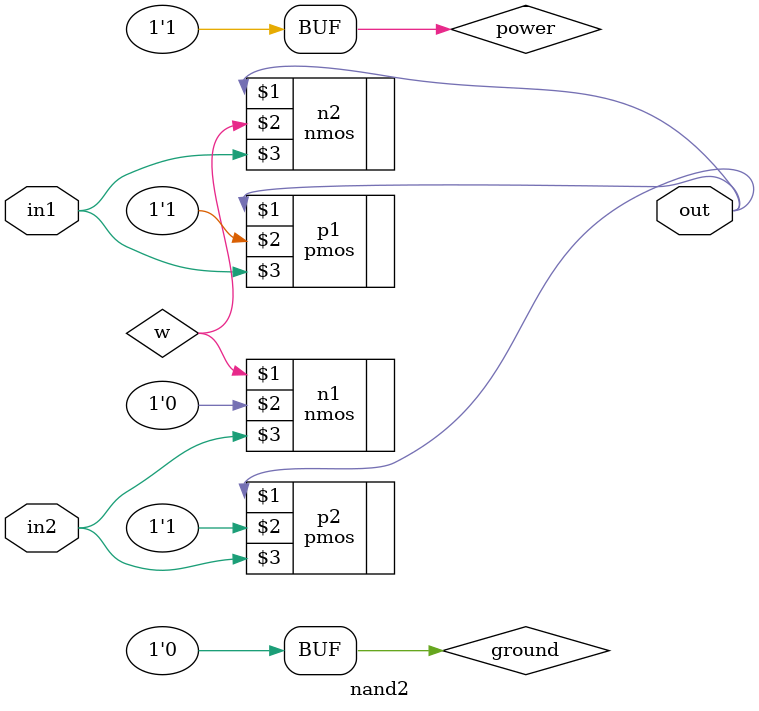
<source format=sv>
module nand2(output out, input in1, in2);
  wire w;
  supply1 power;
  supply0 ground;

  nmos n1(w, ground, in2);
  nmos n2(out, w, in1);

  pmos p1(out, power, in1);
  pmos p2(out, power, in2);
endmodule

</source>
